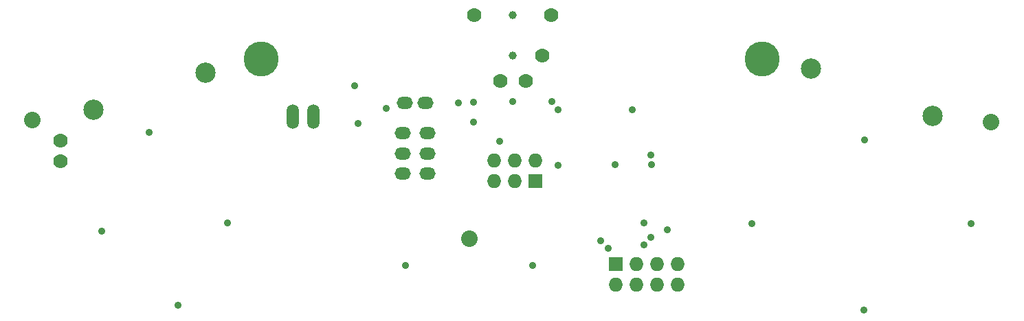
<source format=gbs>
%FSLAX46Y46*%
G04 Gerber Fmt 4.6, Leading zero omitted, Abs format (unit mm)*
G04 Created by KiCad (PCBNEW (2014-10-27 BZR 5228)-product) date 12/24/2014 6:30:20 PM*
%MOMM*%
G01*
G04 APERTURE LIST*
%ADD10C,0.100000*%
%ADD11C,4.318000*%
%ADD12C,2.032000*%
%ADD13R,1.727200X1.727200*%
%ADD14O,1.727200X1.727200*%
%ADD15C,2.499360*%
%ADD16O,1.506220X3.014980*%
%ADD17C,1.778000*%
%ADD18C,0.990600*%
%ADD19O,1.981200X1.501140*%
%ADD20C,0.889000*%
G04 APERTURE END LIST*
D10*
D11*
X31877000Y-6985000D03*
X93599000Y-6985000D03*
D12*
X3683000Y-14478000D03*
X121793000Y-14732000D03*
X57480200Y-29133800D03*
D13*
X75490000Y-32306000D03*
D14*
X75490000Y-34846000D03*
X78030000Y-32306000D03*
X78030000Y-34846000D03*
X80570000Y-32306000D03*
X80570000Y-34846000D03*
X83110000Y-32306000D03*
X83110000Y-34846000D03*
D13*
X65595500Y-22034500D03*
D14*
X65595500Y-19494500D03*
X63055500Y-22034500D03*
X63055500Y-19494500D03*
X60515500Y-22034500D03*
X60515500Y-19494500D03*
D15*
X11176000Y-13208000D03*
X25019000Y-8636000D03*
X99568000Y-8128000D03*
X114554000Y-13970000D03*
D16*
X38290500Y-14033500D03*
X35750500Y-14033500D03*
D17*
X58064400Y-1524000D03*
X67564000Y-1524000D03*
X61264800Y-9626600D03*
X64465200Y-9626600D03*
X66471800Y-6527800D03*
D18*
X62865000Y-1524000D03*
X62865000Y-6527800D03*
D19*
X49298860Y-16106140D03*
X52301140Y-16106140D03*
X52301140Y-18605500D03*
X49298860Y-18605500D03*
X52301140Y-21104860D03*
X49298860Y-21104860D03*
X49530000Y-12405360D03*
X52070000Y-12405360D03*
D17*
X7112000Y-17018000D03*
X7112000Y-19558000D03*
D20*
X62865000Y-12192000D03*
X47244000Y-13081000D03*
X43370500Y-10223500D03*
X43815000Y-14922500D03*
X12192000Y-28194000D03*
X65278000Y-32448500D03*
X106146600Y-16967200D03*
X119329200Y-27279600D03*
X92252800Y-27279600D03*
X18034000Y-16002000D03*
X27686000Y-27178000D03*
X21590000Y-37338000D03*
X79900000Y-20000000D03*
X49657000Y-32448500D03*
X106108500Y-37909500D03*
X75400000Y-20000000D03*
X81851500Y-28067000D03*
X67627500Y-12192000D03*
X78994000Y-29908500D03*
X79000000Y-27200000D03*
X79883000Y-28956000D03*
X58039000Y-12255500D03*
X61214000Y-17081500D03*
X58039000Y-14732000D03*
X56134000Y-12382500D03*
X73660000Y-29400500D03*
X74612500Y-30289500D03*
X79883000Y-18796000D03*
X77533500Y-13208000D03*
X68389500Y-20066000D03*
X68389500Y-13208000D03*
M02*

</source>
